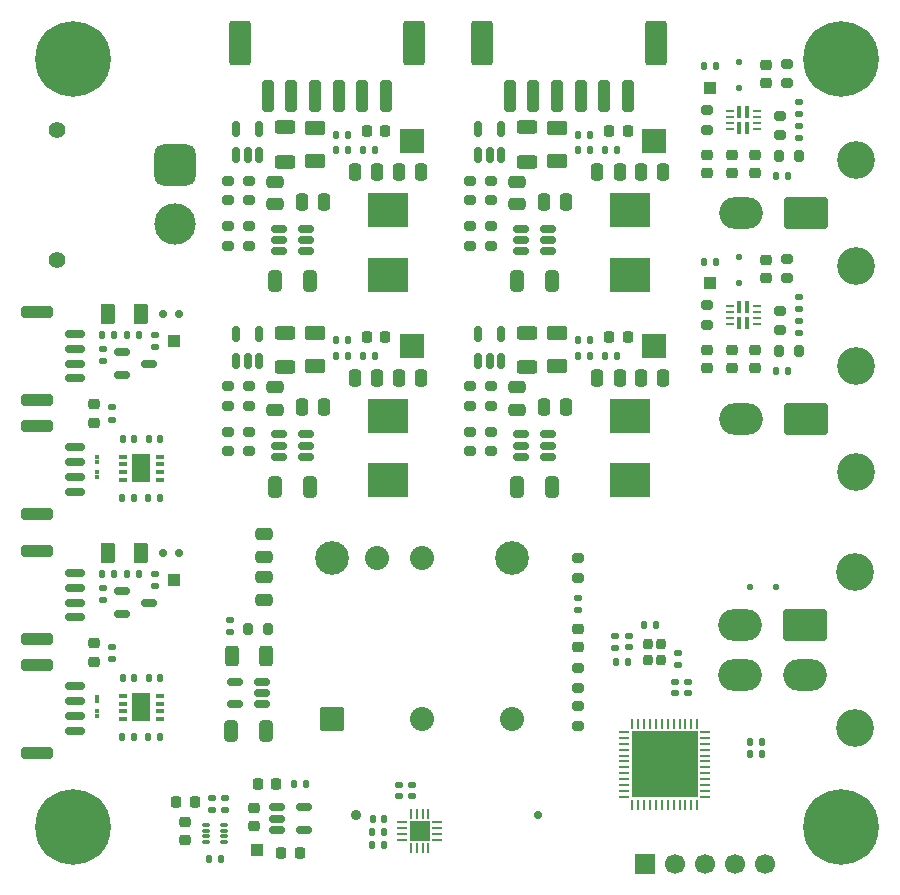
<source format=gbr>
%TF.GenerationSoftware,KiCad,Pcbnew,9.0.5*%
%TF.CreationDate,2025-12-29T18:05:57-08:00*%
%TF.ProjectId,vrb,7672622e-6b69-4636-9164-5f7063625858,rev?*%
%TF.SameCoordinates,Original*%
%TF.FileFunction,Soldermask,Top*%
%TF.FilePolarity,Negative*%
%FSLAX46Y46*%
G04 Gerber Fmt 4.6, Leading zero omitted, Abs format (unit mm)*
G04 Created by KiCad (PCBNEW 9.0.5) date 2025-12-29 18:05:57*
%MOMM*%
%LPD*%
G01*
G04 APERTURE LIST*
G04 Aperture macros list*
%AMRoundRect*
0 Rectangle with rounded corners*
0 $1 Rounding radius*
0 $2 $3 $4 $5 $6 $7 $8 $9 X,Y pos of 4 corners*
0 Add a 4 corners polygon primitive as box body*
4,1,4,$2,$3,$4,$5,$6,$7,$8,$9,$2,$3,0*
0 Add four circle primitives for the rounded corners*
1,1,$1+$1,$2,$3*
1,1,$1+$1,$4,$5*
1,1,$1+$1,$6,$7*
1,1,$1+$1,$8,$9*
0 Add four rect primitives between the rounded corners*
20,1,$1+$1,$2,$3,$4,$5,0*
20,1,$1+$1,$4,$5,$6,$7,0*
20,1,$1+$1,$6,$7,$8,$9,0*
20,1,$1+$1,$8,$9,$2,$3,0*%
G04 Aperture macros list end*
%ADD10RoundRect,0.140000X0.140000X0.170000X-0.140000X0.170000X-0.140000X-0.170000X0.140000X-0.170000X0*%
%ADD11RoundRect,0.135000X0.135000X0.185000X-0.135000X0.185000X-0.135000X-0.185000X0.135000X-0.185000X0*%
%ADD12RoundRect,0.140000X0.170000X-0.140000X0.170000X0.140000X-0.170000X0.140000X-0.170000X-0.140000X0*%
%ADD13RoundRect,0.135000X-0.135000X-0.185000X0.135000X-0.185000X0.135000X0.185000X-0.135000X0.185000X0*%
%ADD14R,1.680000X1.680000*%
%ADD15RoundRect,0.062500X0.062500X0.355000X-0.062500X0.355000X-0.062500X-0.355000X0.062500X-0.355000X0*%
%ADD16RoundRect,0.062500X0.355000X0.062500X-0.355000X0.062500X-0.355000X-0.062500X0.355000X-0.062500X0*%
%ADD17RoundRect,0.218750X-0.218750X-0.256250X0.218750X-0.256250X0.218750X0.256250X-0.218750X0.256250X0*%
%ADD18C,3.600000*%
%ADD19C,6.400000*%
%ADD20RoundRect,0.250000X0.250000X1.100000X-0.250000X1.100000X-0.250000X-1.100000X0.250000X-1.100000X0*%
%ADD21RoundRect,0.250000X0.650000X1.650000X-0.650000X1.650000X-0.650000X-1.650000X0.650000X-1.650000X0*%
%ADD22RoundRect,0.150000X-0.150000X-0.200000X0.150000X-0.200000X0.150000X0.200000X-0.150000X0.200000X0*%
%ADD23RoundRect,0.200000X-0.275000X0.200000X-0.275000X-0.200000X0.275000X-0.200000X0.275000X0.200000X0*%
%ADD24RoundRect,0.250000X-0.475000X0.250000X-0.475000X-0.250000X0.475000X-0.250000X0.475000X0.250000X0*%
%ADD25R,1.000000X1.000000*%
%ADD26RoundRect,0.135000X0.185000X-0.135000X0.185000X0.135000X-0.185000X0.135000X-0.185000X-0.135000X0*%
%ADD27RoundRect,0.125000X0.125000X-0.125000X0.125000X0.125000X-0.125000X0.125000X-0.125000X-0.125000X0*%
%ADD28RoundRect,0.250000X0.625000X-0.312500X0.625000X0.312500X-0.625000X0.312500X-0.625000X-0.312500X0*%
%ADD29RoundRect,0.150000X0.150000X-0.512500X0.150000X0.512500X-0.150000X0.512500X-0.150000X-0.512500X0*%
%ADD30RoundRect,0.135000X-0.185000X0.135000X-0.185000X-0.135000X0.185000X-0.135000X0.185000X0.135000X0*%
%ADD31RoundRect,0.200000X0.275000X-0.200000X0.275000X0.200000X-0.275000X0.200000X-0.275000X-0.200000X0*%
%ADD32RoundRect,0.250000X-0.250000X-0.475000X0.250000X-0.475000X0.250000X0.475000X-0.250000X0.475000X0*%
%ADD33RoundRect,0.250000X-0.325000X-0.650000X0.325000X-0.650000X0.325000X0.650000X-0.325000X0.650000X0*%
%ADD34RoundRect,0.140000X-0.140000X-0.170000X0.140000X-0.170000X0.140000X0.170000X-0.140000X0.170000X0*%
%ADD35RoundRect,0.200000X-0.200000X-0.275000X0.200000X-0.275000X0.200000X0.275000X-0.200000X0.275000X0*%
%ADD36RoundRect,0.150000X-0.700000X0.150000X-0.700000X-0.150000X0.700000X-0.150000X0.700000X0.150000X0*%
%ADD37RoundRect,0.250000X-1.100000X0.250000X-1.100000X-0.250000X1.100000X-0.250000X1.100000X0.250000X0*%
%ADD38R,0.650000X0.350000*%
%ADD39R,1.550000X2.400000*%
%ADD40R,2.000000X2.000000*%
%ADD41RoundRect,0.218750X-0.256250X0.218750X-0.256250X-0.218750X0.256250X-0.218750X0.256250X0.218750X0*%
%ADD42RoundRect,0.150000X-0.512500X-0.150000X0.512500X-0.150000X0.512500X0.150000X-0.512500X0.150000X0*%
%ADD43RoundRect,0.250000X0.250000X0.475000X-0.250000X0.475000X-0.250000X-0.475000X0.250000X-0.475000X0*%
%ADD44RoundRect,0.050000X-0.140000X-0.100000X0.140000X-0.100000X0.140000X0.100000X-0.140000X0.100000X0*%
%ADD45RoundRect,0.225000X-0.250000X0.225000X-0.250000X-0.225000X0.250000X-0.225000X0.250000X0.225000X0*%
%ADD46C,3.200000*%
%ADD47RoundRect,0.250001X-1.599999X1.099999X-1.599999X-1.099999X1.599999X-1.099999X1.599999X1.099999X0*%
%ADD48O,3.700000X2.700000*%
%ADD49RoundRect,0.250000X-0.625000X0.375000X-0.625000X-0.375000X0.625000X-0.375000X0.625000X0.375000X0*%
%ADD50RoundRect,0.062500X-0.062500X0.375000X-0.062500X-0.375000X0.062500X-0.375000X0.062500X0.375000X0*%
%ADD51RoundRect,0.062500X-0.375000X0.062500X-0.375000X-0.062500X0.375000X-0.062500X0.375000X0.062500X0*%
%ADD52R,5.600000X5.600000*%
%ADD53RoundRect,0.225000X0.250000X-0.225000X0.250000X0.225000X-0.250000X0.225000X-0.250000X-0.225000X0*%
%ADD54RoundRect,0.125000X0.125000X0.125000X-0.125000X0.125000X-0.125000X-0.125000X0.125000X-0.125000X0*%
%ADD55R,3.500000X2.950000*%
%ADD56RoundRect,0.218750X0.218750X0.256250X-0.218750X0.256250X-0.218750X-0.256250X0.218750X-0.256250X0*%
%ADD57RoundRect,0.218750X0.256250X-0.218750X0.256250X0.218750X-0.256250X0.218750X-0.256250X-0.218750X0*%
%ADD58RoundRect,0.250000X-0.375000X-0.625000X0.375000X-0.625000X0.375000X0.625000X-0.375000X0.625000X0*%
%ADD59RoundRect,0.050000X0.285000X0.100000X-0.285000X0.100000X-0.285000X-0.100000X0.285000X-0.100000X0*%
%ADD60RoundRect,0.100000X0.100000X-0.425000X0.100000X0.425000X-0.100000X0.425000X-0.100000X-0.425000X0*%
%ADD61RoundRect,0.050000X0.250000X-0.050000X0.250000X0.050000X-0.250000X0.050000X-0.250000X-0.050000X0*%
%ADD62R,1.700000X1.700000*%
%ADD63C,1.700000*%
%ADD64RoundRect,0.225000X0.225000X0.250000X-0.225000X0.250000X-0.225000X-0.250000X0.225000X-0.250000X0*%
%ADD65RoundRect,0.200000X0.200000X-0.250000X0.200000X0.250000X-0.200000X0.250000X-0.200000X-0.250000X0*%
%ADD66RoundRect,0.150000X0.512500X0.150000X-0.512500X0.150000X-0.512500X-0.150000X0.512500X-0.150000X0*%
%ADD67RoundRect,0.102000X0.915000X-0.915000X0.915000X0.915000X-0.915000X0.915000X-0.915000X-0.915000X0*%
%ADD68C,2.034000*%
%ADD69C,2.859000*%
%ADD70RoundRect,0.225000X-0.225000X-0.250000X0.225000X-0.250000X0.225000X0.250000X-0.225000X0.250000X0*%
%ADD71RoundRect,0.250000X0.312500X0.625000X-0.312500X0.625000X-0.312500X-0.625000X0.312500X-0.625000X0*%
%ADD72C,1.400000*%
%ADD73RoundRect,0.770000X0.980000X-0.980000X0.980000X0.980000X-0.980000X0.980000X-0.980000X-0.980000X0*%
%ADD74C,3.500000*%
%ADD75C,0.889000*%
%ADD76C,0.711200*%
G04 APERTURE END LIST*
D10*
%TO.C,C44*%
X103385000Y-129300000D03*
X104345000Y-129300000D03*
%TD*%
D11*
%TO.C,R75*%
X103345000Y-131500000D03*
X104365000Y-131500000D03*
%TD*%
D12*
%TO.C,C46*%
X106685000Y-126400000D03*
X106685000Y-127360000D03*
%TD*%
D13*
%TO.C,R73*%
X104365000Y-130400000D03*
X103345000Y-130400000D03*
%TD*%
D14*
%TO.C,U17*%
X107342500Y-130350000D03*
D15*
X108092500Y-131807500D03*
X107592500Y-131807500D03*
X107092500Y-131807500D03*
X106592500Y-131807500D03*
D16*
X105885000Y-131100000D03*
X105885000Y-130600000D03*
X105885000Y-130100000D03*
X105885000Y-129600000D03*
D15*
X106592500Y-128892500D03*
X107092500Y-128892500D03*
X107592500Y-128892500D03*
X108092500Y-128892500D03*
D16*
X108800000Y-129600000D03*
X108800000Y-130100000D03*
X108800000Y-130600000D03*
X108800000Y-131100000D03*
%TD*%
D12*
%TO.C,C42*%
X105585000Y-126400000D03*
X105585000Y-127360000D03*
%TD*%
D17*
%TO.C,D4*%
X102875000Y-71100000D03*
X104450000Y-71100000D03*
%TD*%
D18*
%TO.C,H3*%
X143000000Y-130000000D03*
D19*
X143000000Y-130000000D03*
%TD*%
D20*
%TO.C,J6*%
X124975000Y-68100000D03*
X122975000Y-68100000D03*
X120975000Y-68100000D03*
X118975000Y-68100000D03*
X116975000Y-68100000D03*
X114975000Y-68100000D03*
D21*
X127325000Y-63650000D03*
X112625000Y-63650000D03*
%TD*%
D22*
%TO.C,D19*%
X86986842Y-86542000D03*
X85586842Y-86542000D03*
%TD*%
D23*
%TO.C,R64*%
X138450000Y-65392500D03*
X138450000Y-67042500D03*
%TD*%
D11*
%TO.C,R56*%
X132460000Y-82120000D03*
X131440000Y-82120000D03*
%TD*%
D24*
%TO.C,C6*%
X95125000Y-75380000D03*
X95125000Y-77280000D03*
%TD*%
D25*
%TO.C,TP5*%
X86581842Y-109070000D03*
%TD*%
D26*
%TO.C,R50*%
X120750000Y-111610000D03*
X120750000Y-110590000D03*
%TD*%
D13*
%TO.C,R24*%
X120755000Y-90100000D03*
X121775000Y-90100000D03*
%TD*%
D27*
%TO.C,D13*%
X134400000Y-67437500D03*
X134400000Y-65237500D03*
%TD*%
D13*
%TO.C,R16*%
X120755000Y-72700000D03*
X121775000Y-72700000D03*
%TD*%
D28*
%TO.C,R23*%
X116475000Y-91062500D03*
X116475000Y-88137500D03*
%TD*%
D12*
%TO.C,C39*%
X130100000Y-118660000D03*
X130100000Y-117700000D03*
%TD*%
D29*
%TO.C,U4*%
X91825000Y-73137500D03*
X92775000Y-73137500D03*
X93725000Y-73137500D03*
X93725000Y-70862500D03*
X91825000Y-70862500D03*
%TD*%
D27*
%TO.C,D12*%
X134400000Y-83950000D03*
X134400000Y-81750000D03*
%TD*%
D30*
%TO.C,R74*%
X90885000Y-127535000D03*
X90885000Y-128555000D03*
%TD*%
D20*
%TO.C,J5*%
X104475000Y-68100000D03*
X102475000Y-68100000D03*
X100475000Y-68100000D03*
X98475000Y-68100000D03*
X96475000Y-68100000D03*
X94475000Y-68100000D03*
D21*
X106825000Y-63650000D03*
X92125000Y-63650000D03*
%TD*%
D31*
%TO.C,R10*%
X91125000Y-76935000D03*
X91125000Y-75285000D03*
%TD*%
D32*
%TO.C,C7*%
X105575000Y-74550000D03*
X107475000Y-74550000D03*
%TD*%
D23*
%TO.C,R55*%
X131650000Y-85825000D03*
X131650000Y-87475000D03*
%TD*%
D33*
%TO.C,C27*%
X91406474Y-121850000D03*
X94356474Y-121850000D03*
%TD*%
D17*
%TO.C,D6*%
X123375000Y-88500000D03*
X124950000Y-88500000D03*
%TD*%
D12*
%TO.C,C57*%
X125050000Y-114780000D03*
X125050000Y-113820000D03*
%TD*%
D34*
%TO.C,C25*%
X82212500Y-97156000D03*
X83172500Y-97156000D03*
%TD*%
D35*
%TO.C,R48*%
X92850000Y-113200000D03*
X94500000Y-113200000D03*
%TD*%
D31*
%TO.C,R21*%
X113425000Y-80775000D03*
X113425000Y-79125000D03*
%TD*%
D36*
%TO.C,J9*%
X78180000Y-97856000D03*
X78180000Y-99106000D03*
X78180000Y-100356000D03*
X78180000Y-101606000D03*
D37*
X74980000Y-96006000D03*
X74980000Y-103456000D03*
%TD*%
D31*
%TO.C,R34*%
X91125000Y-94335000D03*
X91125000Y-92685000D03*
%TD*%
D11*
%TO.C,R47*%
X136310000Y-123800000D03*
X135290000Y-123800000D03*
%TD*%
D12*
%TO.C,C38*%
X129000000Y-118660000D03*
X129000000Y-117700000D03*
%TD*%
D38*
%TO.C,U2*%
X85342500Y-120850000D03*
X85342500Y-120200000D03*
X85342500Y-119550000D03*
X85342500Y-118900000D03*
X82242500Y-118900000D03*
X82242500Y-119550000D03*
X82242500Y-120200000D03*
X82242500Y-120850000D03*
D39*
X83792500Y-119875000D03*
%TD*%
D40*
%TO.C,TP2*%
X127225000Y-71900000D03*
%TD*%
D30*
%TO.C,R67*%
X139450000Y-68612500D03*
X139450000Y-69632500D03*
%TD*%
%TO.C,R53*%
X139450000Y-85125000D03*
X139450000Y-86145000D03*
%TD*%
D32*
%TO.C,C14*%
X117875000Y-94450000D03*
X119775000Y-94450000D03*
%TD*%
D24*
%TO.C,C21*%
X95125000Y-92780000D03*
X95125000Y-94680000D03*
%TD*%
D29*
%TO.C,U8*%
X112325000Y-90537500D03*
X113275000Y-90537500D03*
X114225000Y-90537500D03*
X114225000Y-88262500D03*
X112325000Y-88262500D03*
%TD*%
D41*
%TO.C,D11*%
X120751474Y-113212500D03*
X120751474Y-114787500D03*
%TD*%
D33*
%TO.C,C15*%
X115575000Y-101200000D03*
X118525000Y-101200000D03*
%TD*%
D42*
%TO.C,U3*%
X95412500Y-79350000D03*
X95412500Y-80300000D03*
X95412500Y-81250000D03*
X97687500Y-81250000D03*
X97687500Y-80300000D03*
X97687500Y-79350000D03*
%TD*%
D26*
%TO.C,R49*%
X81280000Y-95498500D03*
X81280000Y-94478500D03*
%TD*%
D34*
%TO.C,C1*%
X82600000Y-108600000D03*
X83560000Y-108600000D03*
%TD*%
D11*
%TO.C,R61*%
X132460000Y-65607500D03*
X131440000Y-65607500D03*
%TD*%
D23*
%TO.C,R54*%
X138450000Y-81905000D03*
X138450000Y-83555000D03*
%TD*%
D26*
%TO.C,R6*%
X81280000Y-115742500D03*
X81280000Y-114722500D03*
%TD*%
D43*
%TO.C,C18*%
X124275000Y-91950000D03*
X122375000Y-91950000D03*
%TD*%
D30*
%TO.C,R4*%
X80520000Y-109780000D03*
X80520000Y-110800000D03*
%TD*%
D31*
%TO.C,R58*%
X137850000Y-87935000D03*
X137850000Y-86285000D03*
%TD*%
D34*
%TO.C,C2*%
X82212500Y-117400000D03*
X83172500Y-117400000D03*
%TD*%
D44*
%TO.C,D9*%
X79986842Y-99956000D03*
X79986842Y-100356000D03*
%TD*%
D31*
%TO.C,R29*%
X113425000Y-98175000D03*
X113425000Y-96525000D03*
%TD*%
%TO.C,R18*%
X111625000Y-76935000D03*
X111625000Y-75285000D03*
%TD*%
D45*
%TO.C,C45*%
X87485000Y-129570000D03*
X87485000Y-131120000D03*
%TD*%
D11*
%TO.C,R60*%
X138560000Y-91360000D03*
X137540000Y-91360000D03*
%TD*%
D42*
%TO.C,U7*%
X115912500Y-96750000D03*
X115912500Y-97700000D03*
X115912500Y-98650000D03*
X118187500Y-98650000D03*
X118187500Y-97700000D03*
X118187500Y-96750000D03*
%TD*%
D46*
%TO.C,J4*%
X144250000Y-73500000D03*
X144250000Y-82500000D03*
D47*
X140050000Y-78000000D03*
D48*
X134550000Y-78000000D03*
%TD*%
D49*
%TO.C,F5*%
X98475000Y-88200000D03*
X98475000Y-91000000D03*
%TD*%
D25*
%TO.C,TP6*%
X131950000Y-83950000D03*
%TD*%
%TO.C,TP7*%
X131950000Y-67437500D03*
%TD*%
D46*
%TO.C,J10*%
X144200000Y-108400000D03*
X144200000Y-121600000D03*
D47*
X140000000Y-112900000D03*
D48*
X140000000Y-117100000D03*
X134500000Y-112900000D03*
X134500000Y-117100000D03*
%TD*%
D32*
%TO.C,C17*%
X126075000Y-91950000D03*
X127975000Y-91950000D03*
%TD*%
D24*
%TO.C,C29*%
X94175000Y-108850000D03*
X94175000Y-110750000D03*
%TD*%
%TO.C,C11*%
X115625000Y-75380000D03*
X115625000Y-77280000D03*
%TD*%
D45*
%TO.C,C34*%
X135720000Y-73062500D03*
X135720000Y-74612500D03*
%TD*%
D23*
%TO.C,R14*%
X91125000Y-79125000D03*
X91125000Y-80775000D03*
%TD*%
D31*
%TO.C,R13*%
X92925000Y-80775000D03*
X92925000Y-79125000D03*
%TD*%
D24*
%TO.C,C16*%
X115625000Y-92780000D03*
X115625000Y-94680000D03*
%TD*%
D31*
%TO.C,R51*%
X120751474Y-121425000D03*
X120751474Y-119775000D03*
%TD*%
D32*
%TO.C,C9*%
X117875000Y-77050000D03*
X119775000Y-77050000D03*
%TD*%
D42*
%TO.C,Q1*%
X82142500Y-110050000D03*
X82142500Y-111950000D03*
X84417500Y-111000000D03*
%TD*%
D23*
%TO.C,R9*%
X92925000Y-75285000D03*
X92925000Y-76935000D03*
%TD*%
D50*
%TO.C,U1*%
X130850000Y-121262500D03*
X130350000Y-121262500D03*
X129850000Y-121262500D03*
X129350000Y-121262500D03*
X128850000Y-121262500D03*
X128350000Y-121262500D03*
X127850000Y-121262500D03*
X127350000Y-121262500D03*
X126850000Y-121262500D03*
X126350000Y-121262500D03*
X125850000Y-121262500D03*
X125350000Y-121262500D03*
D51*
X124662500Y-121950000D03*
X124662500Y-122450000D03*
X124662500Y-122950000D03*
X124662500Y-123450000D03*
X124662500Y-123950000D03*
X124662500Y-124450000D03*
X124662500Y-124950000D03*
X124662500Y-125450000D03*
X124662500Y-125950000D03*
X124662500Y-126450000D03*
X124662500Y-126950000D03*
X124662500Y-127450000D03*
D50*
X125350000Y-128137500D03*
X125850000Y-128137500D03*
X126350000Y-128137500D03*
X126850000Y-128137500D03*
X127350000Y-128137500D03*
X127850000Y-128137500D03*
X128350000Y-128137500D03*
X128850000Y-128137500D03*
X129350000Y-128137500D03*
X129850000Y-128137500D03*
X130350000Y-128137500D03*
X130850000Y-128137500D03*
D51*
X131537500Y-127450000D03*
X131537500Y-126950000D03*
X131537500Y-126450000D03*
X131537500Y-125950000D03*
X131537500Y-125450000D03*
X131537500Y-124950000D03*
X131537500Y-124450000D03*
X131537500Y-123950000D03*
X131537500Y-123450000D03*
X131537500Y-122950000D03*
X131537500Y-122450000D03*
X131537500Y-121950000D03*
D52*
X128100000Y-124700000D03*
%TD*%
D23*
%TO.C,R33*%
X92925000Y-92685000D03*
X92925000Y-94335000D03*
%TD*%
D45*
%TO.C,C36*%
X133780000Y-73062500D03*
X133780000Y-74612500D03*
%TD*%
D44*
%TO.C,D1*%
X79986842Y-118950000D03*
X79986842Y-119350000D03*
%TD*%
D23*
%TO.C,R30*%
X111625000Y-96525000D03*
X111625000Y-98175000D03*
%TD*%
D53*
%TO.C,C30*%
X136650000Y-83505000D03*
X136650000Y-81955000D03*
%TD*%
D23*
%TO.C,R17*%
X113425000Y-75285000D03*
X113425000Y-76935000D03*
%TD*%
D35*
%TO.C,R59*%
X137775000Y-89735000D03*
X139425000Y-89735000D03*
%TD*%
D31*
%TO.C,R62*%
X137850000Y-71422500D03*
X137850000Y-69772500D03*
%TD*%
D13*
%TO.C,R70*%
X96740000Y-126370000D03*
X97760000Y-126370000D03*
%TD*%
D25*
%TO.C,TP9*%
X93600000Y-131930000D03*
%TD*%
D30*
%TO.C,R44*%
X91300000Y-112490000D03*
X91300000Y-113510000D03*
%TD*%
D13*
%TO.C,R39*%
X80470000Y-88356000D03*
X81490000Y-88356000D03*
%TD*%
D11*
%TO.C,R66*%
X138560000Y-74847500D03*
X137540000Y-74847500D03*
%TD*%
D54*
%TO.C,D14*%
X137500000Y-109700000D03*
X135300000Y-109700000D03*
%TD*%
D53*
%TO.C,C33*%
X136650000Y-66992500D03*
X136650000Y-65442500D03*
%TD*%
D13*
%TO.C,R46*%
X84362500Y-102156000D03*
X85382500Y-102156000D03*
%TD*%
D49*
%TO.C,F2*%
X98475000Y-70800000D03*
X98475000Y-73600000D03*
%TD*%
D13*
%TO.C,R12*%
X102562500Y-72700000D03*
X103582500Y-72700000D03*
%TD*%
D45*
%TO.C,C31*%
X135720000Y-89575000D03*
X135720000Y-91125000D03*
%TD*%
D44*
%TO.C,D2*%
X79986842Y-120200000D03*
X79986842Y-120600000D03*
%TD*%
D32*
%TO.C,C19*%
X97375000Y-94450000D03*
X99275000Y-94450000D03*
%TD*%
D11*
%TO.C,R77*%
X90520000Y-132700000D03*
X89500000Y-132700000D03*
%TD*%
D55*
%TO.C,L4*%
X104675000Y-100625000D03*
X104675000Y-95175000D03*
%TD*%
D56*
%TO.C,D18*%
X95200000Y-126370000D03*
X93625000Y-126370000D03*
%TD*%
D13*
%TO.C,R8*%
X100255000Y-72700000D03*
X101275000Y-72700000D03*
%TD*%
D42*
%TO.C,U16*%
X95300000Y-128330000D03*
X95300000Y-129280000D03*
X95300000Y-130230000D03*
X97575000Y-130230000D03*
X97575000Y-128330000D03*
%TD*%
D13*
%TO.C,R1*%
X80470000Y-108600000D03*
X81490000Y-108600000D03*
%TD*%
%TO.C,R40*%
X82182500Y-102156000D03*
X83202500Y-102156000D03*
%TD*%
D57*
%TO.C,D3*%
X79780000Y-116000000D03*
X79780000Y-114425000D03*
%TD*%
D27*
%TO.C,D16*%
X112475000Y-64977500D03*
X112475000Y-62777500D03*
%TD*%
D55*
%TO.C,L3*%
X125175000Y-100625000D03*
X125175000Y-95175000D03*
%TD*%
D11*
%TO.C,R69*%
X136310000Y-122800000D03*
X135290000Y-122800000D03*
%TD*%
D32*
%TO.C,C23*%
X105575000Y-91950000D03*
X107475000Y-91950000D03*
%TD*%
D58*
%TO.C,F1*%
X80930000Y-106775000D03*
X83730000Y-106775000D03*
%TD*%
D17*
%TO.C,D7*%
X102875000Y-88500000D03*
X104450000Y-88500000D03*
%TD*%
D38*
%TO.C,U11*%
X85342500Y-100606000D03*
X85342500Y-99956000D03*
X85342500Y-99306000D03*
X85342500Y-98656000D03*
X82242500Y-98656000D03*
X82242500Y-99306000D03*
X82242500Y-99956000D03*
X82242500Y-100606000D03*
D39*
X83792500Y-99631000D03*
%TD*%
D42*
%TO.C,Q2*%
X82142500Y-89806000D03*
X82142500Y-91706000D03*
X84417500Y-90756000D03*
%TD*%
D55*
%TO.C,L2*%
X125175000Y-83225000D03*
X125175000Y-77775000D03*
%TD*%
D42*
%TO.C,U5*%
X115912500Y-79350000D03*
X115912500Y-80300000D03*
X115912500Y-81250000D03*
X118187500Y-81250000D03*
X118187500Y-80300000D03*
X118187500Y-79350000D03*
%TD*%
D45*
%TO.C,C37*%
X133780000Y-89575000D03*
X133780000Y-91125000D03*
%TD*%
D11*
%TO.C,R19*%
X121750000Y-71400000D03*
X120730000Y-71400000D03*
%TD*%
D44*
%TO.C,D8*%
X79986842Y-98706000D03*
X79986842Y-99106000D03*
%TD*%
D18*
%TO.C,H1*%
X78000000Y-65000000D03*
D19*
X78000000Y-65000000D03*
%TD*%
D30*
%TO.C,R65*%
X139450000Y-70637500D03*
X139450000Y-71657500D03*
%TD*%
D59*
%TO.C,U18*%
X90775000Y-131300000D03*
X90775000Y-130800000D03*
X90775000Y-130300000D03*
X90775000Y-129800000D03*
X89295000Y-129800000D03*
X89295000Y-130300000D03*
X89295000Y-130800000D03*
X89295000Y-131300000D03*
%TD*%
D28*
%TO.C,R15*%
X116475000Y-73662500D03*
X116475000Y-70737500D03*
%TD*%
D32*
%TO.C,C4*%
X97375000Y-77050000D03*
X99275000Y-77050000D03*
%TD*%
D36*
%TO.C,J2*%
X78180000Y-108500000D03*
X78180000Y-109750000D03*
X78180000Y-111000000D03*
X78180000Y-112250000D03*
D37*
X74980000Y-106650000D03*
X74980000Y-114100000D03*
%TD*%
D43*
%TO.C,C12*%
X124275000Y-74550000D03*
X122375000Y-74550000D03*
%TD*%
D49*
%TO.C,F3*%
X118975000Y-70800000D03*
X118975000Y-73600000D03*
%TD*%
D28*
%TO.C,R31*%
X95975000Y-91062500D03*
X95975000Y-88137500D03*
%TD*%
D60*
%TO.C,U14*%
X134400000Y-87325000D03*
X135100000Y-87325000D03*
D61*
X135900000Y-87400000D03*
X135900000Y-86900000D03*
X135900000Y-86400000D03*
X135900000Y-85900000D03*
D60*
X135100000Y-85975000D03*
X134400000Y-85975000D03*
D61*
X133600000Y-85900000D03*
X133600000Y-86400000D03*
X133600000Y-86900000D03*
X133600000Y-87400000D03*
%TD*%
D33*
%TO.C,C10*%
X115575000Y-83800000D03*
X118525000Y-83800000D03*
%TD*%
D23*
%TO.C,R22*%
X111625000Y-79125000D03*
X111625000Y-80775000D03*
%TD*%
D45*
%TO.C,C40*%
X93330000Y-128355000D03*
X93330000Y-129905000D03*
%TD*%
D29*
%TO.C,U6*%
X112325000Y-73137500D03*
X113275000Y-73137500D03*
X114225000Y-73137500D03*
X114225000Y-70862500D03*
X112325000Y-70862500D03*
%TD*%
D34*
%TO.C,C24*%
X82600000Y-88356000D03*
X83560000Y-88356000D03*
%TD*%
D23*
%TO.C,R25*%
X113425000Y-92685000D03*
X113425000Y-94335000D03*
%TD*%
D32*
%TO.C,C13*%
X126075000Y-74550000D03*
X127975000Y-74550000D03*
%TD*%
D27*
%TO.C,D15*%
X91975000Y-64977500D03*
X91975000Y-62777500D03*
%TD*%
D30*
%TO.C,R45*%
X80520000Y-89536000D03*
X80520000Y-90556000D03*
%TD*%
D46*
%TO.C,J3*%
X144250000Y-90950000D03*
X144250000Y-99950000D03*
D47*
X140050000Y-95450000D03*
D48*
X134550000Y-95450000D03*
%TD*%
D49*
%TO.C,F4*%
X118975000Y-88200000D03*
X118975000Y-91000000D03*
%TD*%
D62*
%TO.C,J8*%
X126420000Y-133100000D03*
D63*
X128960000Y-133100000D03*
X131500000Y-133100000D03*
X134040000Y-133100000D03*
X136580000Y-133100000D03*
%TD*%
D60*
%TO.C,U15*%
X134400000Y-70812500D03*
X135100000Y-70812500D03*
D61*
X135900000Y-70887500D03*
X135900000Y-70387500D03*
X135900000Y-69887500D03*
X135900000Y-69387500D03*
D60*
X135100000Y-69462500D03*
X134400000Y-69462500D03*
D61*
X133600000Y-69387500D03*
X133600000Y-69887500D03*
X133600000Y-70387500D03*
X133600000Y-70887500D03*
%TD*%
D17*
%TO.C,D5*%
X123375000Y-71100000D03*
X124950000Y-71100000D03*
%TD*%
D64*
%TO.C,C43*%
X88285000Y-127845000D03*
X86735000Y-127845000D03*
%TD*%
D31*
%TO.C,R43*%
X120751474Y-108900000D03*
X120751474Y-107250000D03*
%TD*%
D30*
%TO.C,R3*%
X84980000Y-108560000D03*
X84980000Y-109580000D03*
%TD*%
D40*
%TO.C,TP3*%
X127225000Y-89300000D03*
%TD*%
D45*
%TO.C,C35*%
X131650000Y-73062500D03*
X131650000Y-74612500D03*
%TD*%
D11*
%TO.C,R35*%
X101250000Y-88800000D03*
X100230000Y-88800000D03*
%TD*%
D55*
%TO.C,L1*%
X104675000Y-83225000D03*
X104675000Y-77775000D03*
%TD*%
D22*
%TO.C,D17*%
X86986842Y-106786000D03*
X85586842Y-106786000D03*
%TD*%
D24*
%TO.C,C28*%
X94175000Y-105200000D03*
X94175000Y-107100000D03*
%TD*%
D34*
%TO.C,C55*%
X126370000Y-112900000D03*
X127330000Y-112900000D03*
%TD*%
D28*
%TO.C,R7*%
X95975000Y-73662500D03*
X95975000Y-70737500D03*
%TD*%
D33*
%TO.C,C20*%
X95075000Y-101200000D03*
X98025000Y-101200000D03*
%TD*%
D36*
%TO.C,J1*%
X78180000Y-118100000D03*
X78180000Y-119350000D03*
X78180000Y-120600000D03*
X78180000Y-121850000D03*
D37*
X74980000Y-116250000D03*
X74980000Y-123700000D03*
%TD*%
D65*
%TO.C,Y1*%
X127750000Y-115900000D03*
X127750000Y-114500000D03*
X126650000Y-114500000D03*
X126650000Y-115900000D03*
%TD*%
D18*
%TO.C,H2*%
X143000000Y-65000000D03*
D19*
X143000000Y-65000000D03*
%TD*%
D43*
%TO.C,C22*%
X103775000Y-91950000D03*
X101875000Y-91950000D03*
%TD*%
D66*
%TO.C,U13*%
X94018974Y-119600000D03*
X94018974Y-118650000D03*
X94018974Y-117700000D03*
X91743974Y-117700000D03*
X91743974Y-119600000D03*
%TD*%
D23*
%TO.C,R38*%
X91125000Y-96525000D03*
X91125000Y-98175000D03*
%TD*%
D25*
%TO.C,TP8*%
X86581842Y-88826000D03*
%TD*%
D12*
%TO.C,C54*%
X129250000Y-116250000D03*
X129250000Y-115290000D03*
%TD*%
D30*
%TO.C,R71*%
X123850000Y-113790000D03*
X123850000Y-114810000D03*
%TD*%
D33*
%TO.C,C5*%
X95075000Y-83800000D03*
X98025000Y-83800000D03*
%TD*%
D26*
%TO.C,R76*%
X89785000Y-128555000D03*
X89785000Y-127535000D03*
%TD*%
D43*
%TO.C,C8*%
X103775000Y-74550000D03*
X101875000Y-74550000D03*
%TD*%
D13*
%TO.C,R2*%
X82182500Y-122400000D03*
X83202500Y-122400000D03*
%TD*%
D40*
%TO.C,TP1*%
X106725000Y-71900000D03*
%TD*%
D13*
%TO.C,R36*%
X102562500Y-90100000D03*
X103582500Y-90100000D03*
%TD*%
D29*
%TO.C,U10*%
X91825000Y-90537500D03*
X92775000Y-90537500D03*
X93725000Y-90537500D03*
X93725000Y-88262500D03*
X91825000Y-88262500D03*
%TD*%
D23*
%TO.C,R68*%
X131650000Y-69312500D03*
X131650000Y-70962500D03*
%TD*%
D42*
%TO.C,U9*%
X95412500Y-96750000D03*
X95412500Y-97700000D03*
X95412500Y-98650000D03*
X97687500Y-98650000D03*
X97687500Y-97700000D03*
X97687500Y-96750000D03*
%TD*%
D10*
%TO.C,C3*%
X85352500Y-117400000D03*
X84392500Y-117400000D03*
%TD*%
D67*
%TO.C,U12*%
X99931474Y-120850000D03*
D68*
X107551474Y-120850000D03*
X115171474Y-120850000D03*
D69*
X115171474Y-107250000D03*
D68*
X107551474Y-107250000D03*
X103741474Y-107250000D03*
D69*
X99931474Y-107250000D03*
%TD*%
D11*
%TO.C,R27*%
X121750000Y-88800000D03*
X120730000Y-88800000D03*
%TD*%
D31*
%TO.C,R37*%
X92925000Y-98175000D03*
X92925000Y-96525000D03*
%TD*%
D11*
%TO.C,R11*%
X101250000Y-71400000D03*
X100230000Y-71400000D03*
%TD*%
D30*
%TO.C,R41*%
X84980000Y-88316000D03*
X84980000Y-89336000D03*
%TD*%
D70*
%TO.C,C41*%
X95625000Y-132200000D03*
X97175000Y-132200000D03*
%TD*%
D71*
%TO.C,R42*%
X94343974Y-115500000D03*
X91418974Y-115500000D03*
%TD*%
D13*
%TO.C,R28*%
X123062500Y-90100000D03*
X124082500Y-90100000D03*
%TD*%
%TO.C,R20*%
X123062500Y-72700000D03*
X124082500Y-72700000D03*
%TD*%
D40*
%TO.C,TP4*%
X106725000Y-89300000D03*
%TD*%
D30*
%TO.C,R57*%
X139450000Y-87150000D03*
X139450000Y-88170000D03*
%TD*%
D31*
%TO.C,R52*%
X120750000Y-118225000D03*
X120750000Y-116575000D03*
%TD*%
%TO.C,R26*%
X111625000Y-94335000D03*
X111625000Y-92685000D03*
%TD*%
D35*
%TO.C,R63*%
X137775000Y-73222500D03*
X139425000Y-73222500D03*
%TD*%
D58*
%TO.C,F6*%
X80930000Y-86531000D03*
X83730000Y-86531000D03*
%TD*%
D45*
%TO.C,C32*%
X131650000Y-89575000D03*
X131650000Y-91125000D03*
%TD*%
D72*
%TO.C,J11*%
X76600000Y-81976750D03*
X76600000Y-70976750D03*
D73*
X86600000Y-73976750D03*
D74*
X86600000Y-78976750D03*
%TD*%
D36*
%TO.C,J7*%
X78180000Y-88256000D03*
X78180000Y-89506000D03*
X78180000Y-90756000D03*
X78180000Y-92006000D03*
D37*
X74980000Y-86406000D03*
X74980000Y-93856000D03*
%TD*%
D13*
%TO.C,R5*%
X84362500Y-122400000D03*
X85382500Y-122400000D03*
%TD*%
D57*
%TO.C,D10*%
X79780000Y-95756000D03*
X79780000Y-94181000D03*
%TD*%
D11*
%TO.C,R72*%
X124960000Y-115990000D03*
X123940000Y-115990000D03*
%TD*%
D18*
%TO.C,H4*%
X78000000Y-130000000D03*
D19*
X78000000Y-130000000D03*
%TD*%
D13*
%TO.C,R32*%
X100255000Y-90100000D03*
X101275000Y-90100000D03*
%TD*%
D10*
%TO.C,C26*%
X85352500Y-97156000D03*
X84392500Y-97156000D03*
%TD*%
D75*
%TO.C,J12*%
X101954910Y-129000000D03*
D76*
X117347310Y-129000000D03*
%TD*%
M02*

</source>
